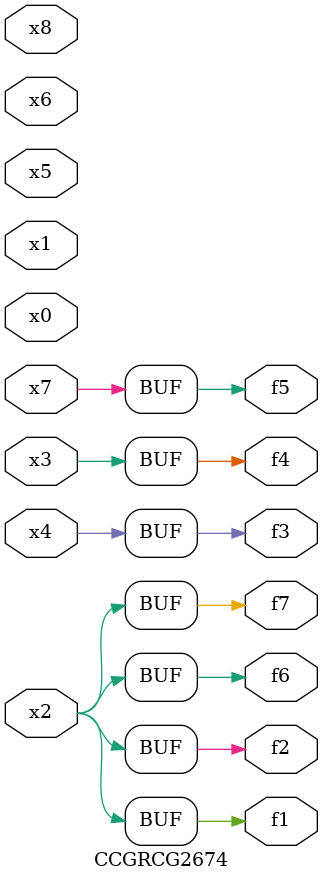
<source format=v>
module CCGRCG2674(
	input x0, x1, x2, x3, x4, x5, x6, x7, x8,
	output f1, f2, f3, f4, f5, f6, f7
);
	assign f1 = x2;
	assign f2 = x2;
	assign f3 = x4;
	assign f4 = x3;
	assign f5 = x7;
	assign f6 = x2;
	assign f7 = x2;
endmodule

</source>
